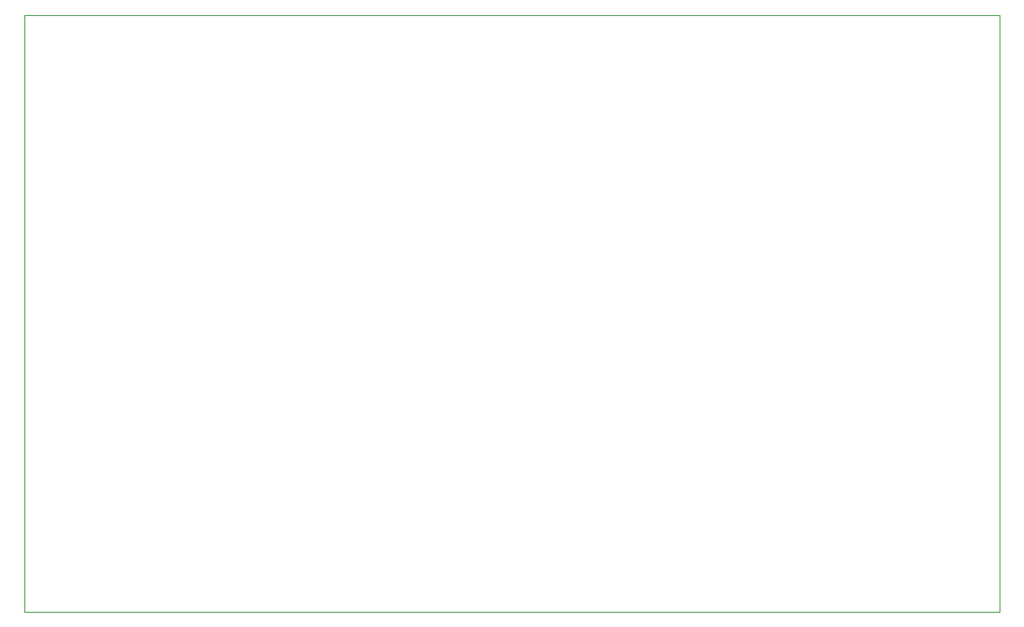
<source format=gbr>
%TF.GenerationSoftware,KiCad,Pcbnew,8.0.5*%
%TF.CreationDate,2025-03-15T22:57:07+02:00*%
%TF.ProjectId,MOSFET Controller,4d4f5346-4554-4204-936f-6e74726f6c6c,rev?*%
%TF.SameCoordinates,Original*%
%TF.FileFunction,Profile,NP*%
%FSLAX46Y46*%
G04 Gerber Fmt 4.6, Leading zero omitted, Abs format (unit mm)*
G04 Created by KiCad (PCBNEW 8.0.5) date 2025-03-15 22:57:07*
%MOMM*%
%LPD*%
G01*
G04 APERTURE LIST*
%TA.AperFunction,Profile*%
%ADD10C,0.050000*%
%TD*%
G04 APERTURE END LIST*
D10*
X98000000Y-130000000D02*
X196000000Y-130000000D01*
X98000000Y-130000000D02*
X98000000Y-70000000D01*
X196000000Y-130000000D02*
X196000000Y-70000000D01*
X98000000Y-70000000D02*
X196000000Y-70000000D01*
M02*

</source>
